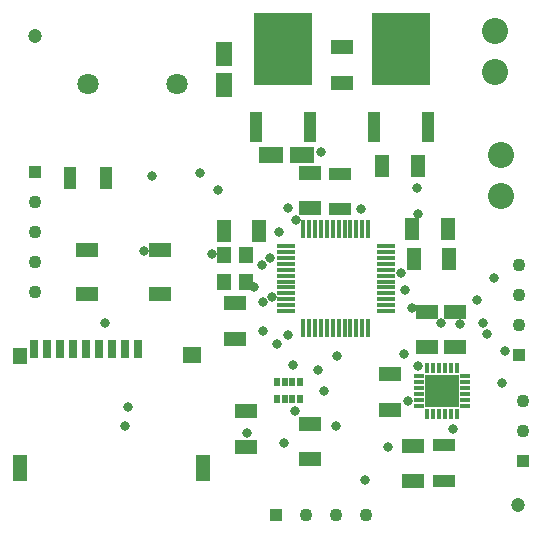
<source format=gts>
G04*
G04 #@! TF.GenerationSoftware,Altium Limited,Altium Designer,20.1.12 (249)*
G04*
G04 Layer_Color=8388736*
%FSLAX25Y25*%
%MOIN*%
G70*
G04*
G04 #@! TF.SameCoordinates,A4FAC8CF-ADEF-4931-830A-096F340B5E0A*
G04*
G04*
G04 #@! TF.FilePolarity,Negative*
G04*
G01*
G75*
%ADD29R,0.02756X0.06299*%
%ADD30R,0.04724X0.05512*%
%ADD31R,0.04724X0.08661*%
%ADD32R,0.06299X0.05512*%
%ADD35R,0.07480X0.04921*%
%ADD36R,0.11430X0.11036*%
%ADD37R,0.01378X0.03347*%
%ADD38R,0.03347X0.01378*%
%ADD39R,0.04921X0.07480*%
%ADD40R,0.07480X0.04724*%
%ADD41R,0.07480X0.04331*%
%ADD42R,0.04331X0.07480*%
%ADD43R,0.02178X0.02769*%
%ADD44R,0.04724X0.05512*%
%ADD45R,0.04134X0.10236*%
%ADD46R,0.19685X0.24410*%
%ADD47R,0.01575X0.06102*%
%ADD48R,0.06102X0.01575*%
%ADD49R,0.07887X0.05642*%
%ADD50R,0.05642X0.07887*%
%ADD51C,0.08674*%
%ADD52C,0.04737*%
%ADD53C,0.07087*%
%ADD54C,0.04331*%
%ADD55R,0.04331X0.04331*%
%ADD56R,0.04331X0.04331*%
%ADD57C,0.03162*%
D29*
X160511Y356388D02*
D03*
X156181D02*
D03*
X151850D02*
D03*
X147519D02*
D03*
X143189D02*
D03*
X138858D02*
D03*
X134527D02*
D03*
X130196D02*
D03*
X125866D02*
D03*
D30*
X121141Y354026D02*
D03*
D31*
Y316624D02*
D03*
X182165Y316624D02*
D03*
D32*
X178622Y354420D02*
D03*
D35*
X217954Y403399D02*
D03*
Y415210D02*
D03*
X252147Y312448D02*
D03*
Y324259D02*
D03*
X266182Y357036D02*
D03*
Y368847D02*
D03*
X256932Y368820D02*
D03*
Y357009D02*
D03*
X244512Y348074D02*
D03*
Y336263D02*
D03*
X196319Y335708D02*
D03*
Y323897D02*
D03*
X217954Y331472D02*
D03*
Y319661D02*
D03*
X192717Y371752D02*
D03*
Y359941D02*
D03*
X228543Y445177D02*
D03*
Y456988D02*
D03*
D36*
X261811Y342520D02*
D03*
D37*
X266732Y334941D02*
D03*
X264764D02*
D03*
X262795D02*
D03*
X260827D02*
D03*
X258858D02*
D03*
X256890D02*
D03*
Y350098D02*
D03*
X258858D02*
D03*
X260827D02*
D03*
X262795D02*
D03*
X264764D02*
D03*
X266732D02*
D03*
D38*
X254232Y337598D02*
D03*
Y339567D02*
D03*
Y341535D02*
D03*
Y343504D02*
D03*
Y345472D02*
D03*
Y347441D02*
D03*
X269390D02*
D03*
Y345472D02*
D03*
Y343504D02*
D03*
Y341535D02*
D03*
Y339567D02*
D03*
Y337598D02*
D03*
D39*
X264175Y386451D02*
D03*
X252364D02*
D03*
X251845Y396315D02*
D03*
X263656D02*
D03*
X188976Y395669D02*
D03*
X200787D02*
D03*
X241831Y417520D02*
D03*
X253642D02*
D03*
D40*
X143511Y389463D02*
D03*
X167920D02*
D03*
Y374896D02*
D03*
X143511D02*
D03*
D41*
X262404Y312565D02*
D03*
Y324376D02*
D03*
X227955Y414915D02*
D03*
Y403104D02*
D03*
D42*
X137845Y413452D02*
D03*
X149656D02*
D03*
D43*
X209350Y345374D02*
D03*
X211910D02*
D03*
X214469D02*
D03*
Y339665D02*
D03*
X206791D02*
D03*
X209350D02*
D03*
X206791Y345374D02*
D03*
X211910Y339665D02*
D03*
D44*
X196485Y387856D02*
D03*
Y378801D02*
D03*
X188976Y387795D02*
D03*
X189040Y378783D02*
D03*
D45*
X199685Y430315D02*
D03*
X217638D02*
D03*
X239055D02*
D03*
X257008D02*
D03*
D46*
X208661Y456299D02*
D03*
X248031D02*
D03*
D47*
X215551Y396555D02*
D03*
X217520D02*
D03*
X219488D02*
D03*
X221457D02*
D03*
X223425D02*
D03*
X225394D02*
D03*
X227362D02*
D03*
X229331D02*
D03*
X231299D02*
D03*
X233268D02*
D03*
X235236D02*
D03*
X237205D02*
D03*
Y363287D02*
D03*
X235236D02*
D03*
X233268D02*
D03*
X231299D02*
D03*
X229331D02*
D03*
X227362D02*
D03*
X225394D02*
D03*
X223425D02*
D03*
X221457D02*
D03*
X219488D02*
D03*
X217520D02*
D03*
X215551D02*
D03*
D48*
X243012Y390748D02*
D03*
Y388779D02*
D03*
Y386811D02*
D03*
Y384842D02*
D03*
Y382874D02*
D03*
Y380906D02*
D03*
Y378937D02*
D03*
Y376969D02*
D03*
Y375000D02*
D03*
Y373031D02*
D03*
Y371063D02*
D03*
Y369094D02*
D03*
X209744D02*
D03*
Y371063D02*
D03*
Y373031D02*
D03*
Y375000D02*
D03*
Y376969D02*
D03*
Y378937D02*
D03*
Y380906D02*
D03*
Y382874D02*
D03*
Y384842D02*
D03*
Y386811D02*
D03*
Y388779D02*
D03*
Y390748D02*
D03*
D49*
X215039Y421260D02*
D03*
X204724D02*
D03*
D03*
D50*
X188976Y454724D02*
D03*
D03*
Y444410D02*
D03*
D51*
X281496Y407480D02*
D03*
Y421260D02*
D03*
X279528Y462598D02*
D03*
Y448819D02*
D03*
D52*
X125984Y460630D02*
D03*
X287183Y304291D02*
D03*
D53*
X143701Y444882D02*
D03*
X173622D02*
D03*
D54*
X288894Y339073D02*
D03*
Y329073D02*
D03*
X287402Y384331D02*
D03*
Y364331D02*
D03*
Y374331D02*
D03*
X125984Y385512D02*
D03*
Y405512D02*
D03*
Y395512D02*
D03*
Y375512D02*
D03*
X226535Y301181D02*
D03*
X216535D02*
D03*
X236535D02*
D03*
D55*
X288894Y319073D02*
D03*
X287402Y354331D02*
D03*
X125984Y415512D02*
D03*
D56*
X206535Y301181D02*
D03*
D57*
X210630Y403543D02*
D03*
X266182Y357036D02*
D03*
X267717Y364804D02*
D03*
X275367Y365147D02*
D03*
X276945Y361559D02*
D03*
X279015Y380056D02*
D03*
X185031Y387955D02*
D03*
X213070Y399457D02*
D03*
X207418Y395346D02*
D03*
X234948Y403145D02*
D03*
X187008Y409449D02*
D03*
X165064Y414014D02*
D03*
X212851Y335935D02*
D03*
X196641Y328276D02*
D03*
X209278Y325065D02*
D03*
X243761Y323686D02*
D03*
X236141Y312778D02*
D03*
X202093Y372251D02*
D03*
X199054Y377232D02*
D03*
X202128Y362579D02*
D03*
X261361Y365013D02*
D03*
X253906Y350900D02*
D03*
X273610Y372850D02*
D03*
X249425Y375997D02*
D03*
X282675Y355823D02*
D03*
X281860Y345003D02*
D03*
X250396Y339222D02*
D03*
X226378Y330709D02*
D03*
X251969Y370079D02*
D03*
X249197Y354650D02*
D03*
X253937Y401575D02*
D03*
X253592Y410252D02*
D03*
X205110Y373874D02*
D03*
X204567Y386680D02*
D03*
X201823Y384479D02*
D03*
X149375Y365056D02*
D03*
X221570Y422088D02*
D03*
X181167Y415153D02*
D03*
X156188Y330709D02*
D03*
X157143Y336968D02*
D03*
X265620Y329709D02*
D03*
X248038Y381739D02*
D03*
X206693Y358268D02*
D03*
X210630Y361039D02*
D03*
X222441Y342520D02*
D03*
X226895Y354077D02*
D03*
X212294Y350984D02*
D03*
X162330Y389262D02*
D03*
X220495Y349283D02*
D03*
M02*

</source>
